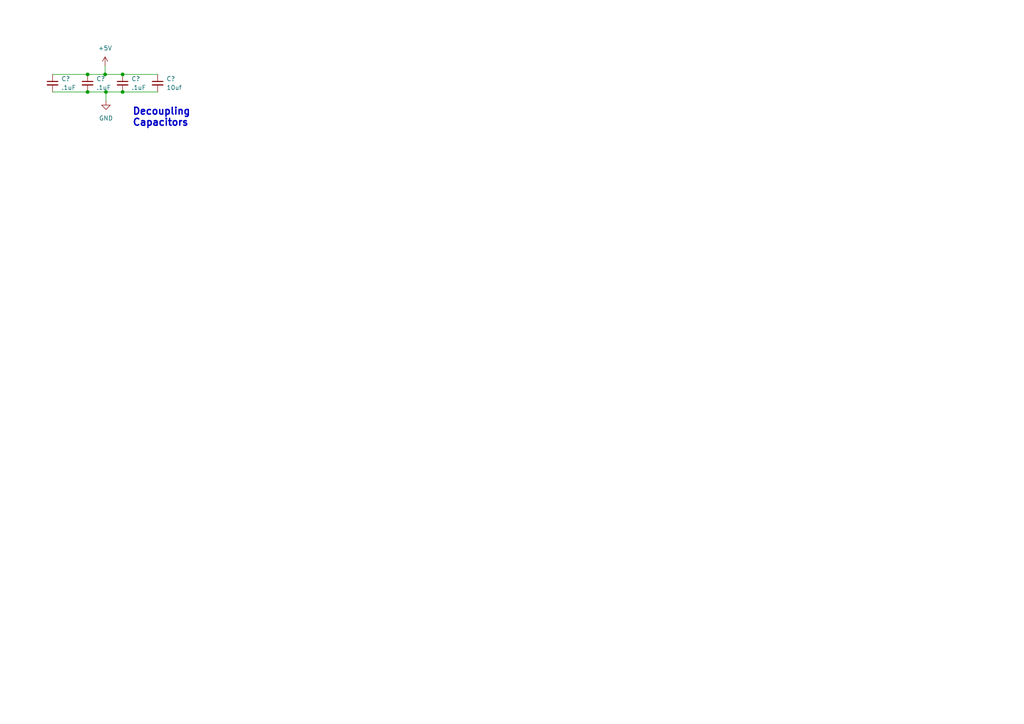
<source format=kicad_sch>
(kicad_sch (version 20211123) (generator eeschema)
  (paper "A4")
  (lib_symbols
    (symbol "Device:C_Small" (pin_numbers hide) (pin_names (offset 0.254) hide)
      (property "Reference" "C" (at 0.254 1.778 0))
      (property "Value" "C_Small" (at 0.254 -2.032 0))
      (symbol "C_Small_0_1"
        (polyline (pts (xy -1.524 -0.508) (xy 1.524 -0.508)) (stroke (width 0.3302)))
        (polyline (pts (xy -1.524 0.508) (xy 1.524 0.508)) (stroke (width 0.3048)))
      )
      (symbol "C_Small_1_1"
        (pin passive line (at 0 2.54 270) (length 2.032) (name "~") (number "1"))
        (pin passive line (at 0 -2.54 90) (length 2.032) (name "~") (number "2"))
      )
    )
    (symbol "power:+5V" (power) (pin_names (offset 0))
      (property "Value" "+5V" (at 0 3.556 0))
      (symbol "+5V_0_1"
        (polyline (pts (xy -0.762 1.27) (xy 0 2.54)))
        (polyline (pts (xy 0 0) (xy 0 2.54)))
        (polyline (pts (xy 0 2.54) (xy 0.762 1.27)))
      )
      (symbol "+5V_1_1"
        (pin power_in line (at 0 0 90) (length 0) hide (name "+5V") (number "1"))
      )
    )
    (symbol "power:GND" (power) (pin_names (offset 0))
      (property "Value" "GND" (at 0 -3.81 0))
      (symbol "GND_0_1"
        (polyline (pts (xy 0 0) (xy 0 -1.27) (xy 1.27 -1.27) (xy 0 -2.54) (xy -1.27 -1.27) (xy 0 -1.27)))
      )
      (symbol "GND_1_1"
        (pin power_in line (at 0 0 270) (length 0) hide (name "GND") (number "1"))
      )
    )
  )
  (junction (at 25.4 26.67))
  (junction (at 30.734 26.67))
  (junction (at 35.56 21.59))
  (junction (at 35.56 26.67))
  (junction (at 30.48 21.59))
  (junction (at 25.4 21.59))
  (wire (pts (xy 25.4 21.59) (xy 30.48 21.59)))
  (wire (pts (xy 35.56 21.59) (xy 45.72 21.59)))
  (wire (pts (xy 15.24 21.59) (xy 25.4 21.59)))
  (wire (pts (xy 30.734 26.67) (xy 35.56 26.67)))
  (wire (pts (xy 25.4 26.67) (xy 30.734 26.67)))
  (wire (pts (xy 30.734 26.67) (xy 30.734 29.21)))
  (wire (pts (xy 30.48 19.05) (xy 30.48 21.59)))
  (wire (pts (xy 35.56 26.67) (xy 45.72 26.67)))
  (wire (pts (xy 30.48 21.59) (xy 35.56 21.59)))
  (wire (pts (xy 15.24 26.67) (xy 25.4 26.67)))
  (text "Decoupling\nCapacitors" (at 38.354 36.83 0) (effects (font (size 2 2) bold) (justify left bottom)))
  (symbol (lib_id "Device:C_Small") (at 35.56 24.13 0) (unit 1)
    (property "Reference" "C?" (at 38.1 22.8662 0) (effects (justify left)))
    (property "Value" ".1uF" (at 38.1 25.4062 0) (effects (justify left)))
  )
  (symbol (lib_id "power:GND") (at 30.734 29.21 0) (unit 1)
    (property "Reference" "#PWR?" (effects hide))
    (property "Value" "GND" (at 30.734 34.29 0))
  )
  (symbol (lib_id "Device:C_Small") (at 45.72 24.13 0) (unit 1)
    (property "Reference" "C?" (at 48.26 22.8662 0) (effects (justify left)))
    (property "Value" "10uf" (at 48.26 25.4062 0) (effects (justify left)))
  )
  (symbol (lib_id "Device:C_Small") (at 15.24 24.13 0) (unit 1)
    (property "Reference" "C?" (at 17.78 22.8662 0) (effects (justify left)))
    (property "Value" ".1uF" (at 17.78 25.4062 0) (effects (justify left)))
  )
  (symbol (lib_id "power:+5V") (at 30.48 19.05 0) (unit 1)
    (property "Reference" "#PWR?" (effects hide))
    (property "Value" "+5V" (at 30.48 13.97 0))
  )
  (symbol (lib_id "Device:C_Small") (at 25.4 24.13 0) (unit 1)
    (property "Reference" "C?" (at 27.94 22.8662 0) (effects (justify left)))
    (property "Value" ".1uF" (at 27.94 25.4062 0) (effects (justify left)))
  )
)
</source>
